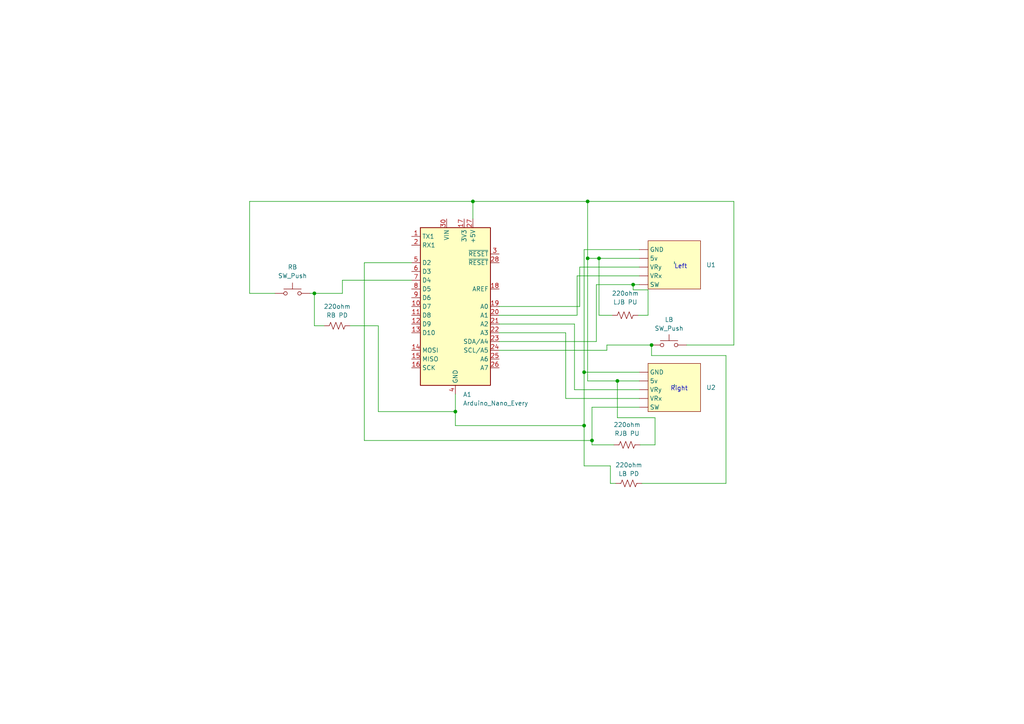
<source format=kicad_sch>
(kicad_sch (version 20230121) (generator eeschema)
  (paper "A4")
  (lib_symbols
    (symbol "Device:R_US" (pin_numbers hide) (pin_names (offset 0))
      (property "Reference" "R" (at 2.54 0 90))
      (property "Value" "R_US" (at -2.54 0 90))
      (symbol "R_US_0_1"
        (polyline (pts (xy 0 -2.286) (xy 0 -2.54)))
        (polyline (pts (xy 0 2.286) (xy 0 2.54)))
        (polyline (pts (xy 0 -0.762) (xy 1.016 -1.143) (xy 0 -1.524) (xy -1.016 -1.905) (xy 0 -2.286)))
        (polyline (pts (xy 0 0.762) (xy 1.016 0.381) (xy 0 0) (xy -1.016 -0.381) (xy 0 -0.762)))
        (polyline (pts (xy 0 2.286) (xy 1.016 1.905) (xy 0 1.524) (xy -1.016 1.143) (xy 0 0.762)))
      )
      (symbol "R_US_1_1"
        (pin passive line (at 0 3.81 270) (length 1.27) (name "~") (number "1"))
        (pin passive line (at 0 -3.81 90) (length 1.27) (name "~") (number "2"))
      )
    )
    (symbol "MCU_Module:Arduino_Nano_Every"
      (property "Reference" "A" (at -10.16 23.495 0))
      (property "Value" "Arduino_Nano_Every" (at 5.08 -24.13 0))
      (symbol "Arduino_Nano_Every_0_1"
        (rectangle (start -10.16 22.86) (end 10.16 -22.86) (stroke (width 0.254)) (fill (type background)))
      )
      (symbol "Arduino_Nano_Every_1_1"
        (pin bidirectional line (at -12.7 20.32 0) (length 2.54) (name "TX1") (number "1"))
        (pin bidirectional line (at -12.7 0 0) (length 2.54) (name "D7") (number "10"))
        (pin bidirectional line (at -12.7 -2.54 0) (length 2.54) (name "D8") (number "11"))
        (pin bidirectional line (at -12.7 -5.08 0) (length 2.54) (name "D9") (number "12"))
        (pin bidirectional line (at -12.7 -7.62 0) (length 2.54) (name "D10") (number "13"))
        (pin bidirectional line (at -12.7 -12.7 0) (length 2.54) (name "MOSI") (number "14"))
        (pin bidirectional line (at -12.7 -15.24 0) (length 2.54) (name "MISO") (number "15"))
        (pin bidirectional line (at -12.7 -17.78 0) (length 2.54) (name "SCK") (number "16"))
        (pin power_out line (at 2.54 25.4 270) (length 2.54) (name "3V3") (number "17"))
        (pin input line (at 12.7 5.08 180) (length 2.54) (name "AREF") (number "18"))
        (pin bidirectional line (at 12.7 0 180) (length 2.54) (name "A0") (number "19"))
        (pin bidirectional line (at -12.7 17.78 0) (length 2.54) (name "RX1") (number "2"))
        (pin bidirectional line (at 12.7 -2.54 180) (length 2.54) (name "A1") (number "20"))
        (pin bidirectional line (at 12.7 -5.08 180) (length 2.54) (name "A2") (number "21"))
        (pin bidirectional line (at 12.7 -7.62 180) (length 2.54) (name "A3") (number "22"))
        (pin bidirectional line (at 12.7 -10.16 180) (length 2.54) (name "SDA/A4") (number "23"))
        (pin bidirectional line (at 12.7 -12.7 180) (length 2.54) (name "SCL/A5") (number "24"))
        (pin bidirectional line (at 12.7 -15.24 180) (length 2.54) (name "A6") (number "25"))
        (pin bidirectional line (at 12.7 -17.78 180) (length 2.54) (name "A7") (number "26"))
        (pin power_out line (at 5.08 25.4 270) (length 2.54) (name "+5V") (number "27"))
        (pin input line (at 12.7 12.7 180) (length 2.54) (name "~{RESET}") (number "28"))
        (pin passive line (at 0 -25.4 90) (length 2.54) hide (name "GND") (number "29"))
        (pin input line (at 12.7 15.24 180) (length 2.54) (name "~{RESET}") (number "3"))
        (pin power_in line (at -2.54 25.4 270) (length 2.54) (name "VIN") (number "30"))
        (pin power_in line (at 0 -25.4 90) (length 2.54) (name "GND") (number "4"))
        (pin bidirectional line (at -12.7 12.7 0) (length 2.54) (name "D2") (number "5"))
        (pin bidirectional line (at -12.7 10.16 0) (length 2.54) (name "D3") (number "6"))
        (pin bidirectional line (at -12.7 7.62 0) (length 2.54) (name "D4") (number "7"))
        (pin bidirectional line (at -12.7 5.08 0) (length 2.54) (name "D5") (number "8"))
        (pin bidirectional line (at -12.7 2.54 0) (length 2.54) (name "D6") (number "9"))
      )
    )
    (symbol "Switch:SW_Push" (pin_numbers hide) (pin_names (offset 1.016) hide)
      (property "Reference" "SW" (at 1.27 2.54 0))
      (property "Value" "SW_Push" (at 0 -1.524 0))
      (symbol "SW_Push_0_1"
        (circle (center -2.032 0) (radius 0.508))
        (polyline (pts (xy 0 1.27) (xy 0 3.048)))
        (polyline (pts (xy 2.54 1.27) (xy -2.54 1.27)))
        (circle (center 2.032 0) (radius 0.508))
        (pin passive line (at -5.08 0 0) (length 2.54) (name "1") (number "1"))
        (pin passive line (at 5.08 0 180) (length 2.54) (name "2") (number "2"))
      )
    )
    (symbol "my_symbols:Joystick"
      (property "Reference" "U" (at 0 0 0))
      (symbol "Joystick_1_1"
        (rectangle (start -7.62 7.62) (end 6.35 -7.62) (fill (type background)))
        (pin open_collector line (at 1.27 10.16 270) (length 2.54) (name "5v") (number ""))
        (pin open_emitter line (at 3.81 10.16 270) (length 2.54) (name "GND") (number ""))
        (pin output line (at -6.35 10.16 270) (length 2.54) (name "SW") (number ""))
        (pin output line (at -3.81 10.16 270) (length 2.54) (name "VRx") (number ""))
        (pin output line (at -1.27 10.16 270) (length 2.54) (name "VRy") (number ""))
      )
    )
  )
  (junction (at 170.434 74.93))
  (junction (at 169.418 107.95))
  (junction (at 170.434 58.42))
  (junction (at 137.16 58.42))
  (junction (at 132.08 119.38))
  (junction (at 169.418 123.444))
  (junction (at 173.736 74.93))
  (junction (at 171.704 127.762))
  (junction (at 188.976 100.076))
  (junction (at 183.642 82.55))
  (junction (at 91.186 85.09))
  (junction (at 179.07 110.49))
  (wire (pts (xy 169.418 135.128) (xy 169.418 123.444)))
  (wire (pts (xy 166.624 93.98) (xy 144.78 93.98)))
  (wire (pts (xy 185.42 115.57) (xy 164.084 115.57)))
  (wire (pts (xy 179.07 121.158) (xy 189.992 121.158)))
  (wire (pts (xy 169.418 123.444) (xy 169.418 107.95)))
  (wire (pts (xy 172.974 99.06) (xy 144.78 99.06)))
  (wire (pts (xy 91.186 94.488) (xy 93.98 94.488)))
  (wire (pts (xy 170.434 74.93) (xy 170.434 110.49)))
  (wire (pts (xy 177.038 140.208) (xy 177.038 135.128)))
  (wire (pts (xy 168.148 77.47) (xy 185.42 77.47)))
  (wire (pts (xy 212.852 58.42) (xy 170.434 58.42)))
  (wire (pts (xy 72.39 85.09) (xy 72.39 58.42)))
  (wire (pts (xy 144.78 88.9) (xy 168.148 88.9)))
  (wire (pts (xy 132.08 123.444) (xy 169.418 123.444)))
  (wire (pts (xy 187.96 91.44) (xy 187.96 84.074)))
  (wire (pts (xy 109.728 94.488) (xy 109.728 119.38)))
  (wire (pts (xy 173.736 74.93) (xy 173.736 91.44)))
  (wire (pts (xy 167.386 91.44) (xy 144.78 91.44)))
  (wire (pts (xy 89.916 85.09) (xy 91.186 85.09)))
  (wire (pts (xy 171.704 127.762) (xy 171.704 129.032)))
  (wire (pts (xy 169.418 107.95) (xy 169.418 72.39)))
  (wire (pts (xy 132.08 119.38) (xy 132.08 123.444)))
  (wire (pts (xy 176.022 101.6) (xy 144.78 101.6)))
  (wire (pts (xy 168.148 88.9) (xy 168.148 77.47)))
  (wire (pts (xy 132.08 114.3) (xy 132.08 119.38)))
  (wire (pts (xy 170.434 110.49) (xy 179.07 110.49)))
  (wire (pts (xy 109.728 119.38) (xy 132.08 119.38)))
  (wire (pts (xy 79.756 85.09) (xy 72.39 85.09)))
  (wire (pts (xy 187.96 84.074) (xy 183.642 84.074)))
  (wire (pts (xy 166.624 113.03) (xy 166.624 93.98)))
  (wire (pts (xy 199.136 100.076) (xy 212.852 100.076)))
  (wire (pts (xy 185.42 118.11) (xy 171.704 118.11)))
  (wire (pts (xy 178.562 140.208) (xy 177.038 140.208)))
  (wire (pts (xy 183.642 82.55) (xy 172.974 82.55)))
  (wire (pts (xy 183.642 84.074) (xy 183.642 82.55)))
  (wire (pts (xy 189.992 129.032) (xy 185.674 129.032)))
  (wire (pts (xy 137.16 58.42) (xy 170.434 58.42)))
  (wire (pts (xy 188.976 100.076) (xy 176.022 100.076)))
  (wire (pts (xy 171.704 129.032) (xy 178.054 129.032)))
  (wire (pts (xy 137.16 63.5) (xy 137.16 58.42)))
  (wire (pts (xy 105.664 127.762) (xy 105.664 76.2)))
  (wire (pts (xy 164.084 96.52) (xy 144.78 96.52)))
  (wire (pts (xy 173.736 74.93) (xy 185.42 74.93)))
  (wire (pts (xy 171.704 118.11) (xy 171.704 127.762)))
  (wire (pts (xy 105.664 76.2) (xy 119.38 76.2)))
  (wire (pts (xy 185.42 82.55) (xy 183.642 82.55)))
  (wire (pts (xy 185.42 113.03) (xy 166.624 113.03)))
  (wire (pts (xy 176.022 100.076) (xy 176.022 101.6)))
  (wire (pts (xy 99.314 81.28) (xy 119.38 81.28)))
  (wire (pts (xy 185.166 91.44) (xy 187.96 91.44)))
  (wire (pts (xy 210.566 103.124) (xy 210.566 140.208)))
  (wire (pts (xy 210.566 140.208) (xy 186.182 140.208)))
  (wire (pts (xy 164.084 115.57) (xy 164.084 96.52)))
  (wire (pts (xy 177.038 135.128) (xy 169.418 135.128)))
  (wire (pts (xy 72.39 58.42) (xy 137.16 58.42)))
  (wire (pts (xy 169.418 107.95) (xy 185.42 107.95)))
  (wire (pts (xy 179.07 110.49) (xy 185.42 110.49)))
  (wire (pts (xy 170.434 58.42) (xy 170.434 74.93)))
  (wire (pts (xy 167.386 80.01) (xy 167.386 91.44)))
  (wire (pts (xy 169.418 72.39) (xy 185.42 72.39)))
  (wire (pts (xy 101.6 94.488) (xy 109.728 94.488)))
  (wire (pts (xy 91.186 85.09) (xy 91.186 94.488)))
  (wire (pts (xy 171.704 127.762) (xy 105.664 127.762)))
  (wire (pts (xy 185.42 80.01) (xy 167.386 80.01)))
  (wire (pts (xy 170.434 74.93) (xy 173.736 74.93)))
  (wire (pts (xy 99.314 85.09) (xy 99.314 81.28)))
  (wire (pts (xy 173.736 91.44) (xy 177.546 91.44)))
  (wire (pts (xy 212.852 100.076) (xy 212.852 58.42)))
  (wire (pts (xy 188.976 103.124) (xy 210.566 103.124)))
  (wire (pts (xy 172.974 82.55) (xy 172.974 99.06)))
  (wire (pts (xy 91.186 85.09) (xy 99.314 85.09)))
  (wire (pts (xy 179.07 110.49) (xy 179.07 121.158)))
  (wire (pts (xy 189.992 121.158) (xy 189.992 129.032)))
  (wire (pts (xy 188.976 100.076) (xy 188.976 103.124)))
  (text "Left\n" (at 195.58 78.105 0) (effects (font (size 1.27 1.27)) (justify left bottom)))
  (text "Right" (at 194.437 113.538 0) (effects (font (size 1.27 1.27)) (justify left bottom)))
  (symbol (lib_id "my_symbols:Joystick") (at 195.58 76.2 90) (unit 1)
    (property "Reference" "U1" (at 204.851 76.835 90) (effects (justify right)))
    (property "Value" "~" (at 195.58 76.2 0))
  )
  (symbol (lib_id "my_symbols:Joystick") (at 195.58 111.76 90) (unit 1)
    (property "Reference" "U2" (at 204.851 112.395 90) (effects (justify right)))
    (property "Value" "~" (at 195.58 111.76 0))
  )
  (symbol (lib_id "Device:R_US") (at 181.356 91.44 90) (unit 1)
    (property "Reference" "220ohm" (at 181.356 85.09 90))
    (property "Value" "LJB PU" (at 181.356 87.63 90))
  )
  (symbol (lib_id "Device:R_US") (at 182.372 140.208 90) (unit 1)
    (property "Reference" "220ohm" (at 182.372 134.874 90))
    (property "Value" "LB PD" (at 182.372 137.414 90))
  )
  (symbol (lib_id "MCU_Module:Arduino_Nano_Every") (at 132.08 88.9 0) (unit 1)
    (property "Reference" "A1" (at 134.2741 114.427 0) (effects (justify left)))
    (property "Value" "Arduino_Nano_Every" (at 134.2741 116.967 0) (effects (justify left)))
    (property "Footprint" "Module:Arduino_Nano" (effects hide))
    (property "Datasheet" "https://content.arduino.cc/assets/NANOEveryV3.0_sch.pdf" (effects hide))
  )
  (symbol (lib_id "Device:R_US") (at 181.864 129.032 90) (unit 1)
    (property "Reference" "220ohm" (at 181.864 123.19 90))
    (property "Value" "RJB PU" (at 181.864 125.73 90))
  )
  (symbol (lib_id "Device:R_US") (at 97.79 94.488 90) (unit 1)
    (property "Reference" "220ohm" (at 97.79 88.9 90))
    (property "Value" "RB PD" (at 97.79 91.44 90))
  )
  (symbol (lib_id "Switch:SW_Push") (at 194.056 100.076 0) (unit 1)
    (property "Reference" "LB" (at 194.056 92.71 0))
    (property "Value" "SW_Push" (at 194.056 95.25 0))
  )
  (symbol (lib_id "Switch:SW_Push") (at 84.836 85.09 0) (unit 1)
    (property "Reference" "RB" (at 84.836 77.47 0))
    (property "Value" "SW_Push" (at 84.836 80.01 0))
  )
)
</source>
